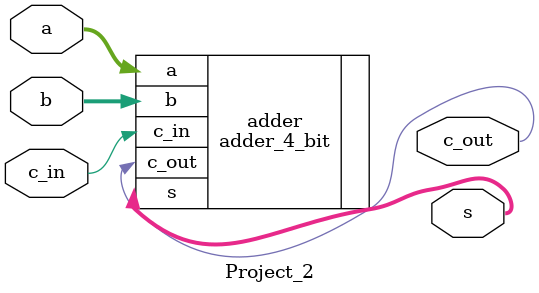
<source format=sv>
module Project_2( 
	input[3:0] a, b,
	input c_in,
	output [3:0] s,
	output c_out
);

adder_4_bit adder(
.a(a),
.b(b),
.c_in(c_in),
.s(s),
.c_out(c_out)

);

endmodule

</source>
